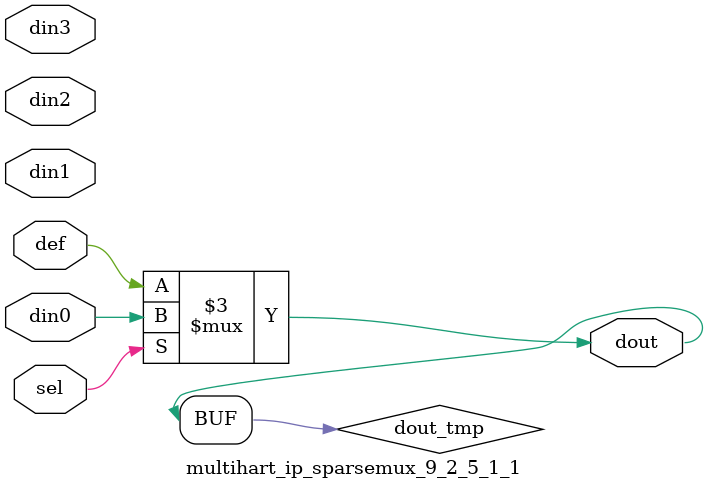
<source format=v>
`timescale 1ns / 1ps

module multihart_ip_sparsemux_9_2_5_1_1 (din0,din1,din2,din3,def,sel,dout);

parameter din0_WIDTH = 1;

parameter din1_WIDTH = 1;

parameter din2_WIDTH = 1;

parameter din3_WIDTH = 1;

parameter def_WIDTH = 1;
parameter sel_WIDTH = 1;
parameter dout_WIDTH = 1;

parameter [sel_WIDTH-1:0] CASE0 = 1;

parameter [sel_WIDTH-1:0] CASE1 = 1;

parameter [sel_WIDTH-1:0] CASE2 = 1;

parameter [sel_WIDTH-1:0] CASE3 = 1;

parameter ID = 1;
parameter NUM_STAGE = 1;



input [din0_WIDTH-1:0] din0;

input [din1_WIDTH-1:0] din1;

input [din2_WIDTH-1:0] din2;

input [din3_WIDTH-1:0] din3;

input [def_WIDTH-1:0] def;
input [sel_WIDTH-1:0] sel;

output [dout_WIDTH-1:0] dout;



reg [dout_WIDTH-1:0] dout_tmp;


always @ (*) begin
(* parallel_case *) case (sel)
    
    CASE0 : dout_tmp = din0;
    
    CASE1 : dout_tmp = din1;
    
    CASE2 : dout_tmp = din2;
    
    CASE3 : dout_tmp = din3;
    
    default : dout_tmp = def;
endcase
end


assign dout = dout_tmp;



endmodule

</source>
